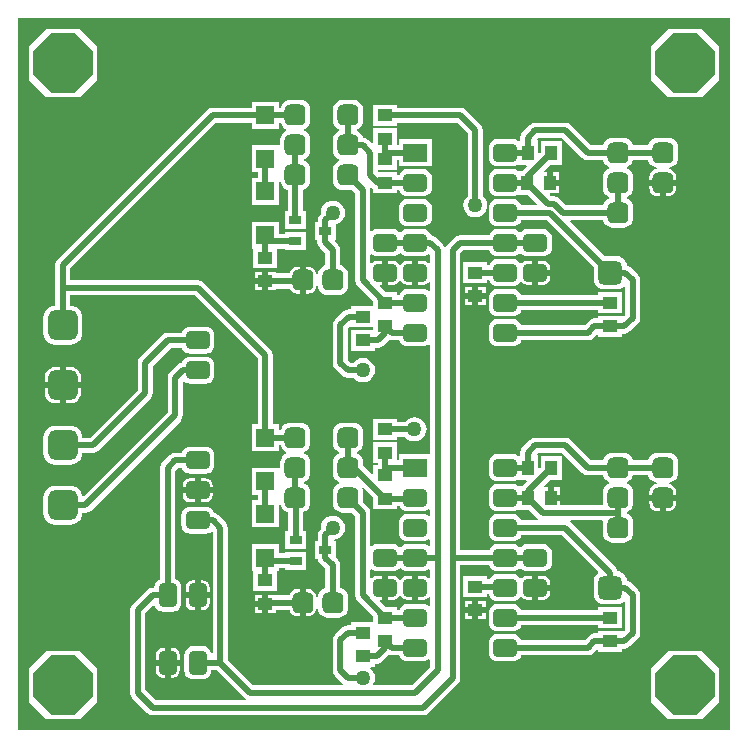
<source format=gbl>
G04 Layer_Physical_Order=2*
G04 Layer_Color=16711680*
%FSLAX25Y25*%
%MOIN*%
G70*
G01*
G75*
%ADD10C,0.02000*%
G04:AMPARAMS|DCode=11|XSize=70mil|YSize=70mil|CornerRadius=17.5mil|HoleSize=0mil|Usage=FLASHONLY|Rotation=90.000|XOffset=0mil|YOffset=0mil|HoleType=Round|Shape=RoundedRectangle|*
%AMROUNDEDRECTD11*
21,1,0.07000,0.03500,0,0,90.0*
21,1,0.03500,0.07000,0,0,90.0*
1,1,0.03500,0.01750,0.01750*
1,1,0.03500,0.01750,-0.01750*
1,1,0.03500,-0.01750,-0.01750*
1,1,0.03500,-0.01750,0.01750*
%
%ADD11ROUNDEDRECTD11*%
G04:AMPARAMS|DCode=12|XSize=100mil|YSize=100mil|CornerRadius=25mil|HoleSize=0mil|Usage=FLASHONLY|Rotation=90.000|XOffset=0mil|YOffset=0mil|HoleType=Round|Shape=RoundedRectangle|*
%AMROUNDEDRECTD12*
21,1,0.10000,0.05000,0,0,90.0*
21,1,0.05000,0.10000,0,0,90.0*
1,1,0.05000,0.02500,0.02500*
1,1,0.05000,0.02500,-0.02500*
1,1,0.05000,-0.02500,-0.02500*
1,1,0.05000,-0.02500,0.02500*
%
%ADD12ROUNDEDRECTD12*%
G04:AMPARAMS|DCode=13|XSize=60mil|YSize=80mil|CornerRadius=15mil|HoleSize=0mil|Usage=FLASHONLY|Rotation=270.000|XOffset=0mil|YOffset=0mil|HoleType=Round|Shape=RoundedRectangle|*
%AMROUNDEDRECTD13*
21,1,0.06000,0.05000,0,0,270.0*
21,1,0.03000,0.08000,0,0,270.0*
1,1,0.03000,-0.02500,-0.01500*
1,1,0.03000,-0.02500,0.01500*
1,1,0.03000,0.02500,0.01500*
1,1,0.03000,0.02500,-0.01500*
%
%ADD13ROUNDEDRECTD13*%
G04:AMPARAMS|DCode=14|XSize=70mil|YSize=70mil|CornerRadius=17.5mil|HoleSize=0mil|Usage=FLASHONLY|Rotation=180.000|XOffset=0mil|YOffset=0mil|HoleType=Round|Shape=RoundedRectangle|*
%AMROUNDEDRECTD14*
21,1,0.07000,0.03500,0,0,180.0*
21,1,0.03500,0.07000,0,0,180.0*
1,1,0.03500,-0.01750,0.01750*
1,1,0.03500,0.01750,0.01750*
1,1,0.03500,0.01750,-0.01750*
1,1,0.03500,-0.01750,-0.01750*
%
%ADD14ROUNDEDRECTD14*%
G04:AMPARAMS|DCode=15|XSize=60mil|YSize=80mil|CornerRadius=15mil|HoleSize=0mil|Usage=FLASHONLY|Rotation=180.000|XOffset=0mil|YOffset=0mil|HoleType=Round|Shape=RoundedRectangle|*
%AMROUNDEDRECTD15*
21,1,0.06000,0.05000,0,0,180.0*
21,1,0.03000,0.08000,0,0,180.0*
1,1,0.03000,-0.01500,0.02500*
1,1,0.03000,0.01500,0.02500*
1,1,0.03000,0.01500,-0.02500*
1,1,0.03000,-0.01500,-0.02500*
%
%ADD15ROUNDEDRECTD15*%
G04:AMPARAMS|DCode=16|XSize=80mil|YSize=80mil|CornerRadius=20mil|HoleSize=0mil|Usage=FLASHONLY|Rotation=0.000|XOffset=0mil|YOffset=0mil|HoleType=Round|Shape=RoundedRectangle|*
%AMROUNDEDRECTD16*
21,1,0.08000,0.04000,0,0,0.0*
21,1,0.04000,0.08000,0,0,0.0*
1,1,0.04000,0.02000,-0.02000*
1,1,0.04000,-0.02000,-0.02000*
1,1,0.04000,-0.02000,0.02000*
1,1,0.04000,0.02000,0.02000*
%
%ADD16ROUNDEDRECTD16*%
%ADD17P,0.21307X8X22.5*%
%ADD18R,0.08000X0.06000*%
G04:AMPARAMS|DCode=19|XSize=80mil|YSize=60mil|CornerRadius=15mil|HoleSize=0mil|Usage=FLASHONLY|Rotation=0.000|XOffset=0mil|YOffset=0mil|HoleType=Round|Shape=RoundedRectangle|*
%AMROUNDEDRECTD19*
21,1,0.08000,0.03000,0,0,0.0*
21,1,0.05000,0.06000,0,0,0.0*
1,1,0.03000,0.02500,-0.01500*
1,1,0.03000,-0.02500,-0.01500*
1,1,0.03000,-0.02500,0.01500*
1,1,0.03000,0.02500,0.01500*
%
%ADD19ROUNDEDRECTD19*%
%ADD20C,0.05000*%
%ADD21R,0.04000X0.03000*%
%ADD22R,0.05000X0.04000*%
%ADD23R,0.06000X0.06000*%
%ADD24R,0.04000X0.05000*%
G36*
X237500Y0D02*
X0D01*
Y237500D01*
X237500D01*
Y0D01*
D02*
G37*
%LPC*%
G36*
X175000Y51549D02*
X173500D01*
Y48500D01*
X177549D01*
Y49000D01*
X177355Y49975D01*
X176802Y50802D01*
X175976Y51355D01*
X175000Y51549D01*
D02*
G37*
G36*
X165000Y52026D02*
X160000D01*
X159217Y51923D01*
X158487Y51621D01*
X157860Y51140D01*
X157379Y50513D01*
X157312Y50349D01*
X156500D01*
Y51300D01*
X148500D01*
Y44300D01*
X156500D01*
Y45251D01*
X157073D01*
X157077Y45217D01*
X157379Y44487D01*
X157860Y43860D01*
X158487Y43380D01*
X159217Y43077D01*
X160000Y42974D01*
X165000D01*
X165783Y43077D01*
X166513Y43380D01*
X167140Y43860D01*
X167504Y44335D01*
X168072Y44386D01*
X168198Y44198D01*
X169025Y43645D01*
X170000Y43451D01*
X171500D01*
Y47500D01*
Y51549D01*
X170000D01*
X169025Y51355D01*
X168198Y50802D01*
X168072Y50614D01*
X167504Y50665D01*
X167140Y51140D01*
X166513Y51621D01*
X165783Y51923D01*
X165000Y52026D01*
D02*
G37*
G36*
X87000Y62000D02*
X78000D01*
Y53000D01*
X78500D01*
Y46500D01*
X86500D01*
Y53000D01*
X87000D01*
Y53951D01*
X89079D01*
Y53500D01*
X96079D01*
Y59500D01*
X89079D01*
Y59049D01*
X87000D01*
Y62000D01*
D02*
G37*
G36*
X61500Y50049D02*
X61000D01*
Y46000D01*
X64049D01*
Y47500D01*
X63855Y48476D01*
X63302Y49302D01*
X62476Y49855D01*
X61500Y50049D01*
D02*
G37*
G36*
X105000Y71535D02*
X103956Y71397D01*
X102983Y70994D01*
X102147Y70353D01*
X101506Y69517D01*
X101103Y68544D01*
X100965Y67500D01*
X101015Y67120D01*
X100698Y66802D01*
X100145Y65975D01*
X99951Y65000D01*
Y63000D01*
X99000D01*
Y57000D01*
X100050D01*
X100145Y56524D01*
X100698Y55698D01*
X102451Y53944D01*
Y47423D01*
X102402Y47416D01*
X101611Y47089D01*
X100932Y46568D01*
X100411Y45889D01*
X100084Y45098D01*
X100000Y44463D01*
X99496D01*
X99429Y44968D01*
X99152Y45637D01*
X98711Y46211D01*
X98137Y46652D01*
X97468Y46929D01*
X96750Y47024D01*
X96000D01*
Y42500D01*
Y37976D01*
X96750D01*
X97468Y38071D01*
X98137Y38348D01*
X98711Y38789D01*
X99152Y39363D01*
X99429Y40032D01*
X99496Y40537D01*
X100000D01*
X100084Y39902D01*
X100411Y39111D01*
X100932Y38432D01*
X101611Y37911D01*
X102402Y37584D01*
X103250Y37472D01*
X106750D01*
X107598Y37584D01*
X108389Y37911D01*
X109068Y38432D01*
X109589Y39111D01*
X109916Y39902D01*
X110028Y40750D01*
Y44250D01*
X109916Y45098D01*
X109589Y45889D01*
X109068Y46568D01*
X108389Y47089D01*
X107598Y47416D01*
X107549Y47423D01*
Y55000D01*
X107355Y55976D01*
X106802Y56802D01*
X106000Y57605D01*
Y63000D01*
X105295D01*
X105262Y63500D01*
X106044Y63603D01*
X107017Y64006D01*
X107853Y64647D01*
X108494Y65483D01*
X108897Y66456D01*
X109035Y67500D01*
X108897Y68544D01*
X108494Y69517D01*
X107853Y70353D01*
X107017Y70994D01*
X106044Y71397D01*
X105000Y71535D01*
D02*
G37*
G36*
X94000Y47024D02*
X93250D01*
X92532Y46929D01*
X91863Y46652D01*
X91289Y46211D01*
X90848Y45637D01*
X90604Y45049D01*
X86000D01*
Y45200D01*
X83500D01*
Y42200D01*
Y39200D01*
X86000D01*
Y39951D01*
X90604D01*
X90848Y39363D01*
X91289Y38789D01*
X91863Y38348D01*
X92532Y38071D01*
X93250Y37976D01*
X94000D01*
Y42500D01*
Y47024D01*
D02*
G37*
G36*
X59000Y50049D02*
X58500D01*
X57525Y49855D01*
X56698Y49302D01*
X56145Y48476D01*
X55951Y47500D01*
Y46000D01*
X59000D01*
Y50049D01*
D02*
G37*
G36*
X214000Y76500D02*
X210476D01*
Y75750D01*
X210571Y75032D01*
X210848Y74363D01*
X211289Y73789D01*
X211863Y73348D01*
X212532Y73071D01*
X213250Y72976D01*
X214000D01*
Y76500D01*
D02*
G37*
G36*
X62500Y84049D02*
X61000D01*
Y81000D01*
X65049D01*
Y81500D01*
X64855Y82476D01*
X64302Y83302D01*
X63476Y83855D01*
X62500Y84049D01*
D02*
G37*
G36*
X182500Y97549D02*
X172500D01*
X171525Y97355D01*
X170698Y96802D01*
X168198Y94302D01*
X167645Y93476D01*
X167451Y92500D01*
Y91500D01*
X166670D01*
X166513Y91620D01*
X165783Y91923D01*
X165000Y92026D01*
X160000D01*
X159217Y91923D01*
X158487Y91620D01*
X157860Y91140D01*
X157379Y90513D01*
X157077Y89783D01*
X156974Y89000D01*
Y86000D01*
X157077Y85217D01*
X157379Y84487D01*
X157860Y83860D01*
X158487Y83380D01*
X159217Y83077D01*
X160000Y82974D01*
X165000D01*
X165783Y83077D01*
X166513Y83380D01*
X166670Y83500D01*
X169542D01*
X169733Y83038D01*
X168198Y81502D01*
X168196Y81500D01*
X166670D01*
X166513Y81621D01*
X165783Y81923D01*
X165000Y82026D01*
X160000D01*
X159217Y81923D01*
X158487Y81621D01*
X157860Y81140D01*
X157379Y80513D01*
X157077Y79783D01*
X156974Y79000D01*
Y76000D01*
X157077Y75217D01*
X157379Y74487D01*
X157860Y73860D01*
X158487Y73379D01*
X159217Y73077D01*
X160000Y72974D01*
X165000D01*
X165783Y73077D01*
X166513Y73379D01*
X166670Y73500D01*
X170395D01*
X173198Y70698D01*
X173420Y70549D01*
X173268Y70049D01*
X167813D01*
X167621Y70513D01*
X167140Y71140D01*
X166513Y71621D01*
X165783Y71923D01*
X165000Y72026D01*
X160000D01*
X159217Y71923D01*
X158487Y71621D01*
X157860Y71140D01*
X157379Y70513D01*
X157077Y69783D01*
X156974Y69000D01*
Y66000D01*
X157077Y65217D01*
X157379Y64487D01*
X157860Y63860D01*
X158487Y63380D01*
X159217Y63077D01*
X160000Y62974D01*
X165000D01*
X165783Y63077D01*
X166513Y63380D01*
X167140Y63860D01*
X167621Y64487D01*
X167813Y64951D01*
X181444D01*
X193439Y52956D01*
X193393Y52295D01*
X193004Y51996D01*
X192443Y51265D01*
X192090Y50414D01*
X191970Y49500D01*
Y45500D01*
X192090Y44586D01*
X192443Y43735D01*
X193004Y43004D01*
X193735Y42443D01*
X194586Y42090D01*
X195500Y41970D01*
X199500D01*
X200414Y42090D01*
X201265Y42443D01*
X201951Y42969D01*
X202318Y42895D01*
X202451Y42849D01*
Y33556D01*
X201921Y33026D01*
X201500Y33200D01*
Y33200D01*
X193500D01*
Y32249D01*
X192200D01*
X191225Y32055D01*
X190398Y31502D01*
X188944Y30049D01*
X167813D01*
X167621Y30513D01*
X167140Y31140D01*
X166513Y31620D01*
X165783Y31923D01*
X165000Y32026D01*
X160000D01*
X159217Y31923D01*
X158487Y31620D01*
X157860Y31140D01*
X157379Y30513D01*
X157077Y29783D01*
X156974Y29000D01*
Y26000D01*
X157077Y25217D01*
X157379Y24487D01*
X157860Y23860D01*
X158487Y23380D01*
X159217Y23077D01*
X160000Y22974D01*
X165000D01*
X165783Y23077D01*
X166513Y23380D01*
X167140Y23860D01*
X167621Y24487D01*
X167813Y24951D01*
X190000D01*
X190975Y25145D01*
X191802Y25698D01*
X193000Y26895D01*
X193500Y26688D01*
Y26200D01*
X201500D01*
Y27151D01*
X202200D01*
X203175Y27345D01*
X204002Y27898D01*
X206802Y30698D01*
X207355Y31525D01*
X207549Y32500D01*
Y45000D01*
X207355Y45976D01*
X206802Y46802D01*
X204302Y49302D01*
X203475Y49855D01*
X202970Y49955D01*
X202910Y50414D01*
X202557Y51265D01*
X201996Y51996D01*
X201265Y52557D01*
X200414Y52910D01*
X199955Y52970D01*
X199855Y53475D01*
X199302Y54302D01*
X184302Y69302D01*
X184080Y69451D01*
X184232Y69951D01*
X194685D01*
X195015Y69575D01*
X194972Y69250D01*
Y65750D01*
X195084Y64902D01*
X195411Y64111D01*
X195932Y63432D01*
X196611Y62911D01*
X197402Y62584D01*
X198250Y62472D01*
X201750D01*
X202598Y62584D01*
X203389Y62911D01*
X204068Y63432D01*
X204589Y64111D01*
X204916Y64902D01*
X205028Y65750D01*
Y69250D01*
X204916Y70098D01*
X204589Y70889D01*
X204068Y71568D01*
X203389Y72089D01*
X203050Y72229D01*
Y72771D01*
X203389Y72911D01*
X204068Y73432D01*
X204589Y74111D01*
X204916Y74902D01*
X205028Y75750D01*
Y79250D01*
X204916Y80098D01*
X204589Y80889D01*
X204068Y81568D01*
X203389Y82089D01*
X203050Y82229D01*
Y82771D01*
X203389Y82911D01*
X204068Y83432D01*
X204589Y84111D01*
X204916Y84902D01*
X204923Y84951D01*
X210077D01*
X210084Y84902D01*
X210411Y84111D01*
X210932Y83432D01*
X211611Y82911D01*
X212402Y82584D01*
X213037Y82500D01*
Y81996D01*
X212532Y81929D01*
X211863Y81652D01*
X211289Y81211D01*
X210848Y80637D01*
X210571Y79968D01*
X210476Y79250D01*
Y78500D01*
X215000D01*
X219524D01*
Y79250D01*
X219429Y79968D01*
X219152Y80637D01*
X218711Y81211D01*
X218137Y81652D01*
X217468Y81929D01*
X216963Y81996D01*
Y82500D01*
X217598Y82584D01*
X218389Y82911D01*
X219068Y83432D01*
X219589Y84111D01*
X219916Y84902D01*
X220028Y85750D01*
Y89250D01*
X219916Y90098D01*
X219589Y90889D01*
X219068Y91568D01*
X218389Y92089D01*
X217598Y92416D01*
X216750Y92528D01*
X213250D01*
X212402Y92416D01*
X211611Y92089D01*
X210932Y91568D01*
X210411Y90889D01*
X210084Y90098D01*
X210077Y90049D01*
X204923D01*
X204916Y90098D01*
X204589Y90889D01*
X204068Y91568D01*
X203389Y92089D01*
X202598Y92416D01*
X201750Y92528D01*
X198250D01*
X197402Y92416D01*
X196611Y92089D01*
X195932Y91568D01*
X195411Y90889D01*
X195084Y90098D01*
X195077Y90049D01*
X191056D01*
X184302Y96802D01*
X183475Y97355D01*
X182500Y97549D01*
D02*
G37*
G36*
X132200Y104334D02*
X131156Y104197D01*
X130183Y103794D01*
X129347Y103153D01*
X129114Y102849D01*
X126500D01*
Y103800D01*
X118500D01*
Y96800D01*
X126500D01*
Y97751D01*
X129114D01*
X129347Y97447D01*
X130183Y96806D01*
X131156Y96403D01*
X132200Y96266D01*
X133244Y96403D01*
X134217Y96806D01*
X135053Y97447D01*
X135694Y98283D01*
X136097Y99256D01*
X136234Y100300D01*
X136097Y101344D01*
X135694Y102317D01*
X135053Y103153D01*
X134217Y103794D01*
X133244Y104197D01*
X132200Y104334D01*
D02*
G37*
G36*
X59000Y84049D02*
X57500D01*
X56524Y83855D01*
X55698Y83302D01*
X55145Y82476D01*
X54951Y81500D01*
Y81000D01*
X59000D01*
Y84049D01*
D02*
G37*
G36*
X219524Y76500D02*
X216000D01*
Y72976D01*
X216750D01*
X217468Y73071D01*
X218137Y73348D01*
X218711Y73789D01*
X219152Y74363D01*
X219429Y75032D01*
X219524Y75750D01*
Y76500D01*
D02*
G37*
G36*
X59000Y79000D02*
X54951D01*
Y78500D01*
X55145Y77525D01*
X55698Y76698D01*
X56524Y76145D01*
X57500Y75951D01*
X59000D01*
Y79000D01*
D02*
G37*
G36*
X65049D02*
X61000D01*
Y75951D01*
X62500D01*
X63476Y76145D01*
X64302Y76698D01*
X64855Y77525D01*
X65049Y78500D01*
Y79000D01*
D02*
G37*
G36*
X177549Y46500D02*
X173500D01*
Y43451D01*
X175000D01*
X175976Y43645D01*
X176802Y44198D01*
X177355Y45024D01*
X177549Y46000D01*
Y46500D01*
D02*
G37*
G36*
X49000Y27549D02*
X48500D01*
X47524Y27355D01*
X46698Y26802D01*
X46145Y25975D01*
X45951Y25000D01*
Y23500D01*
X49000D01*
Y27549D01*
D02*
G37*
G36*
X51500D02*
X51000D01*
Y23500D01*
X54049D01*
Y25000D01*
X53855Y25975D01*
X53302Y26802D01*
X52476Y27355D01*
X51500Y27549D01*
D02*
G37*
G36*
X165000Y42026D02*
X160000D01*
X159217Y41923D01*
X158487Y41620D01*
X157860Y41140D01*
X157379Y40513D01*
X157077Y39783D01*
X156974Y39000D01*
Y36000D01*
X157077Y35217D01*
X157379Y34487D01*
X157860Y33860D01*
X158487Y33380D01*
X159217Y33077D01*
X160000Y32974D01*
X165000D01*
X165783Y33077D01*
X166513Y33380D01*
X167140Y33860D01*
X167621Y34487D01*
X167813Y34951D01*
X193500D01*
Y34000D01*
X201500D01*
Y41000D01*
X193500D01*
Y40049D01*
X167813D01*
X167621Y40513D01*
X167140Y41140D01*
X166513Y41620D01*
X165783Y41923D01*
X165000Y42026D01*
D02*
G37*
G36*
X54049Y21500D02*
X51000D01*
Y17451D01*
X51500D01*
X52476Y17645D01*
X53302Y18198D01*
X53855Y19025D01*
X54049Y20000D01*
Y21500D01*
D02*
G37*
G36*
X20671Y26342D02*
X9329D01*
X3658Y20671D01*
Y9329D01*
X9329Y3658D01*
X20671D01*
X26342Y9329D01*
Y20671D01*
X20671Y26342D01*
D02*
G37*
G36*
X228171D02*
X216829D01*
X211157Y20671D01*
Y9329D01*
X216829Y3658D01*
X228171D01*
X233842Y9329D01*
Y20671D01*
X228171Y26342D01*
D02*
G37*
G36*
X49000Y21500D02*
X45951D01*
Y20000D01*
X46145Y19025D01*
X46698Y18198D01*
X47524Y17645D01*
X48500Y17451D01*
X49000D01*
Y21500D01*
D02*
G37*
G36*
X151500Y39000D02*
X149000D01*
Y37000D01*
X151500D01*
Y39000D01*
D02*
G37*
G36*
Y43000D02*
X149000D01*
Y41000D01*
X151500D01*
Y43000D01*
D02*
G37*
G36*
X156000D02*
X153500D01*
Y41000D01*
X156000D01*
Y43000D01*
D02*
G37*
G36*
X81500Y45200D02*
X79000D01*
Y43200D01*
X81500D01*
Y45200D01*
D02*
G37*
G36*
X64049Y44000D02*
X61000D01*
Y39951D01*
X61500D01*
X62476Y40145D01*
X63302Y40698D01*
X63855Y41524D01*
X64049Y42500D01*
Y44000D01*
D02*
G37*
G36*
X156000Y39000D02*
X153500D01*
Y37000D01*
X156000D01*
Y39000D01*
D02*
G37*
G36*
X81500Y41200D02*
X79000D01*
Y39200D01*
X81500D01*
Y41200D01*
D02*
G37*
G36*
X59000Y44000D02*
X55951D01*
Y42500D01*
X56145Y41524D01*
X56698Y40698D01*
X57525Y40145D01*
X58500Y39951D01*
X59000D01*
Y44000D01*
D02*
G37*
G36*
X165000Y157026D02*
X160000D01*
X159217Y156923D01*
X158487Y156621D01*
X157860Y156140D01*
X157379Y155513D01*
X157187Y155049D01*
X156500D01*
Y156000D01*
X148500D01*
Y149000D01*
X156500D01*
Y149951D01*
X157187D01*
X157379Y149487D01*
X157860Y148860D01*
X158487Y148380D01*
X159217Y148077D01*
X160000Y147974D01*
X165000D01*
X165783Y148077D01*
X166513Y148380D01*
X167140Y148860D01*
X167504Y149335D01*
X168072Y149386D01*
X168198Y149197D01*
X169025Y148645D01*
X170000Y148451D01*
X171500D01*
Y152500D01*
Y156549D01*
X170000D01*
X169025Y156355D01*
X168198Y155802D01*
X168072Y155614D01*
X167504Y155664D01*
X167140Y156140D01*
X166513Y156621D01*
X165783Y156923D01*
X165000Y157026D01*
D02*
G37*
G36*
X175000Y156549D02*
X173500D01*
Y153500D01*
X177549D01*
Y154000D01*
X177355Y154975D01*
X176802Y155802D01*
X175976Y156355D01*
X175000Y156549D01*
D02*
G37*
G36*
X135000Y177026D02*
X130000D01*
X129217Y176923D01*
X128487Y176620D01*
X127860Y176140D01*
X127380Y175513D01*
X127077Y174783D01*
X126974Y174000D01*
Y171000D01*
X127077Y170217D01*
X127380Y169487D01*
X127860Y168860D01*
X128487Y168379D01*
X129217Y168077D01*
X130000Y167974D01*
X135000D01*
X135783Y168077D01*
X136513Y168379D01*
X137140Y168860D01*
X137620Y169487D01*
X137923Y170217D01*
X138026Y171000D01*
Y174000D01*
X137923Y174783D01*
X137620Y175513D01*
X137140Y176140D01*
X136513Y176620D01*
X135783Y176923D01*
X135000Y177026D01*
D02*
G37*
G36*
X87000Y169500D02*
X78000D01*
Y160500D01*
X78500D01*
Y154000D01*
X86500D01*
Y160451D01*
X89000D01*
Y160000D01*
X96000D01*
Y166000D01*
X89000D01*
Y165549D01*
X87000D01*
Y169500D01*
D02*
G37*
G36*
X81500Y152700D02*
X79000D01*
Y150700D01*
X81500D01*
Y152700D01*
D02*
G37*
G36*
X177549Y151500D02*
X173500D01*
Y148451D01*
X175000D01*
X175976Y148645D01*
X176802Y149197D01*
X177355Y150024D01*
X177549Y151000D01*
Y151500D01*
D02*
G37*
G36*
X94000Y154524D02*
X93250D01*
X92532Y154429D01*
X91863Y154152D01*
X91289Y153711D01*
X90848Y153137D01*
X90571Y152468D01*
X90542Y152249D01*
X86000D01*
Y152700D01*
X83500D01*
Y149700D01*
Y146700D01*
X86000D01*
Y147151D01*
X90729D01*
X90848Y146863D01*
X91289Y146289D01*
X91863Y145848D01*
X92532Y145571D01*
X93250Y145476D01*
X94000D01*
Y150000D01*
Y154524D01*
D02*
G37*
G36*
X105000Y176534D02*
X103956Y176397D01*
X102983Y175994D01*
X102147Y175353D01*
X101506Y174517D01*
X101103Y173544D01*
X100965Y172500D01*
X101015Y172120D01*
X100698Y171802D01*
X100145Y170975D01*
X99951Y170000D01*
Y169500D01*
X98921D01*
Y163500D01*
X99872D01*
Y162579D01*
X100066Y161603D01*
X100619Y160776D01*
X102451Y158944D01*
Y154923D01*
X102402Y154916D01*
X101611Y154589D01*
X100932Y154068D01*
X100411Y153389D01*
X100084Y152598D01*
X100000Y151963D01*
X99496D01*
X99429Y152468D01*
X99152Y153137D01*
X98711Y153711D01*
X98137Y154152D01*
X97468Y154429D01*
X96750Y154524D01*
X96000D01*
Y150000D01*
Y145476D01*
X96750D01*
X97468Y145571D01*
X98137Y145848D01*
X98711Y146289D01*
X99152Y146863D01*
X99429Y147532D01*
X99496Y148037D01*
X100000D01*
X100084Y147402D01*
X100411Y146611D01*
X100932Y145932D01*
X101611Y145411D01*
X102402Y145084D01*
X103250Y144972D01*
X106750D01*
X107598Y145084D01*
X108389Y145411D01*
X109068Y145932D01*
X109589Y146611D01*
X109916Y147402D01*
X110028Y148250D01*
Y151750D01*
X109916Y152598D01*
X109589Y153389D01*
X109068Y154068D01*
X108389Y154589D01*
X107598Y154916D01*
X107549Y154923D01*
Y160000D01*
X107355Y160976D01*
X106802Y161802D01*
X105567Y163038D01*
X105758Y163500D01*
X105921D01*
Y168587D01*
X106044Y168603D01*
X107017Y169006D01*
X107853Y169647D01*
X108494Y170483D01*
X108897Y171456D01*
X109035Y172500D01*
X108897Y173544D01*
X108494Y174517D01*
X107853Y175353D01*
X107017Y175994D01*
X106044Y176397D01*
X105000Y176534D01*
D02*
G37*
G36*
X94250Y210028D02*
X90750D01*
X89902Y209916D01*
X89111Y209589D01*
X88432Y209068D01*
X87911Y208389D01*
X87584Y207598D01*
X87577Y207549D01*
X87000D01*
Y209500D01*
X78000D01*
Y207549D01*
X65000D01*
X64025Y207355D01*
X63198Y206802D01*
X13198Y156802D01*
X12645Y155975D01*
X12451Y155000D01*
Y147500D01*
Y141528D01*
X11456Y141397D01*
X10483Y140994D01*
X9647Y140353D01*
X9006Y139517D01*
X8603Y138544D01*
X8466Y137500D01*
Y132500D01*
X8603Y131456D01*
X9006Y130483D01*
X9647Y129647D01*
X10483Y129006D01*
X11456Y128603D01*
X12500Y128465D01*
X17500D01*
X18544Y128603D01*
X19517Y129006D01*
X20353Y129647D01*
X20994Y130483D01*
X21397Y131456D01*
X21534Y132500D01*
Y137500D01*
X21397Y138544D01*
X20994Y139517D01*
X20353Y140353D01*
X19517Y140994D01*
X18544Y141397D01*
X17549Y141528D01*
Y144951D01*
X58944D01*
X79951Y123944D01*
Y102000D01*
X78000D01*
Y93000D01*
X87000D01*
Y94951D01*
X87577D01*
X87584Y94902D01*
X87911Y94111D01*
X88432Y93432D01*
X89111Y92911D01*
X89450Y92771D01*
Y92229D01*
X89111Y92089D01*
X88432Y91568D01*
X87911Y90889D01*
X87584Y90098D01*
X87472Y89250D01*
Y87501D01*
X87000Y87433D01*
X86972Y87433D01*
X78000D01*
Y78433D01*
X79951D01*
Y76567D01*
X78000D01*
Y67567D01*
X87000D01*
Y75504D01*
X87500Y75537D01*
X87584Y74902D01*
X87911Y74111D01*
X88432Y73432D01*
X89111Y72911D01*
X89902Y72584D01*
X90030Y72567D01*
Y66500D01*
X89079D01*
Y60500D01*
X96079D01*
Y66500D01*
X95128D01*
Y72596D01*
X95889Y72911D01*
X96568Y73432D01*
X97089Y74111D01*
X97416Y74902D01*
X97528Y75750D01*
Y79250D01*
X97416Y80098D01*
X97089Y80889D01*
X96568Y81568D01*
X95889Y82089D01*
X95550Y82229D01*
Y82771D01*
X95889Y82911D01*
X96568Y83432D01*
X97089Y84111D01*
X97416Y84902D01*
X97528Y85750D01*
Y89250D01*
X97416Y90098D01*
X97089Y90889D01*
X96568Y91568D01*
X95889Y92089D01*
X95550Y92229D01*
Y92771D01*
X95889Y92911D01*
X96568Y93432D01*
X97089Y94111D01*
X97416Y94902D01*
X97528Y95750D01*
Y99250D01*
X97416Y100098D01*
X97089Y100889D01*
X96568Y101568D01*
X95889Y102089D01*
X95098Y102416D01*
X94250Y102528D01*
X90750D01*
X89902Y102416D01*
X89111Y102089D01*
X88432Y101568D01*
X87911Y100889D01*
X87584Y100098D01*
X87577Y100049D01*
X87000D01*
Y102000D01*
X85049D01*
Y125000D01*
X84855Y125976D01*
X84302Y126802D01*
X61802Y149302D01*
X60975Y149855D01*
X60000Y150049D01*
X17549D01*
Y153944D01*
X66056Y202451D01*
X78000D01*
Y200500D01*
X87000D01*
Y202451D01*
X87577D01*
X87584Y202402D01*
X87911Y201611D01*
X88432Y200932D01*
X89111Y200411D01*
X89450Y200271D01*
Y199729D01*
X89111Y199589D01*
X88432Y199068D01*
X87911Y198389D01*
X87584Y197598D01*
X87472Y196750D01*
Y195001D01*
X87000Y194933D01*
X86972Y194933D01*
X78000D01*
Y185933D01*
X79951D01*
Y184067D01*
X78000D01*
Y175067D01*
X87000D01*
Y183004D01*
X87500Y183037D01*
X87584Y182402D01*
X87911Y181611D01*
X88432Y180932D01*
X89111Y180411D01*
X89902Y180084D01*
X89951Y180077D01*
Y173000D01*
X89000D01*
Y167000D01*
X96000D01*
Y173000D01*
X95049D01*
Y180077D01*
X95098Y180084D01*
X95889Y180411D01*
X96568Y180932D01*
X97089Y181611D01*
X97416Y182402D01*
X97528Y183250D01*
Y186750D01*
X97416Y187598D01*
X97089Y188389D01*
X96568Y189068D01*
X95889Y189589D01*
X95550Y189729D01*
Y190271D01*
X95889Y190411D01*
X96568Y190932D01*
X97089Y191611D01*
X97416Y192402D01*
X97528Y193250D01*
Y196750D01*
X97416Y197598D01*
X97089Y198389D01*
X96568Y199068D01*
X95889Y199589D01*
X95550Y199729D01*
Y200271D01*
X95889Y200411D01*
X96568Y200932D01*
X97089Y201611D01*
X97416Y202402D01*
X97528Y203250D01*
Y206750D01*
X97416Y207598D01*
X97089Y208389D01*
X96568Y209068D01*
X95889Y209589D01*
X95098Y209916D01*
X94250Y210028D01*
D02*
G37*
G36*
X182500Y202549D02*
X172500D01*
X171525Y202355D01*
X170698Y201802D01*
X168198Y199302D01*
X167645Y198476D01*
X167451Y197500D01*
Y196500D01*
X166670D01*
X166513Y196621D01*
X165783Y196923D01*
X165000Y197026D01*
X160000D01*
X159217Y196923D01*
X158487Y196621D01*
X157860Y196140D01*
X157379Y195513D01*
X157077Y194783D01*
X156974Y194000D01*
Y191000D01*
X157077Y190217D01*
X157379Y189487D01*
X157860Y188860D01*
X158487Y188380D01*
X159217Y188077D01*
X160000Y187974D01*
X165000D01*
X165783Y188077D01*
X166513Y188380D01*
X166670Y188500D01*
X169542D01*
X169733Y188038D01*
X168195Y186500D01*
X166670D01*
X166513Y186620D01*
X165783Y186923D01*
X165000Y187026D01*
X160000D01*
X159217Y186923D01*
X158487Y186620D01*
X157860Y186140D01*
X157379Y185513D01*
X157077Y184783D01*
X156974Y184000D01*
Y181000D01*
X157077Y180217D01*
X157379Y179487D01*
X157860Y178860D01*
X158487Y178379D01*
X159217Y178077D01*
X160000Y177974D01*
X165000D01*
X165783Y178077D01*
X166513Y178379D01*
X166670Y178500D01*
X170095D01*
X173084Y175511D01*
X172893Y175049D01*
X167813D01*
X167621Y175513D01*
X167140Y176140D01*
X166513Y176620D01*
X165783Y176923D01*
X165000Y177026D01*
X160000D01*
X159217Y176923D01*
X158487Y176620D01*
X157860Y176140D01*
X157379Y175513D01*
X157077Y174783D01*
X156974Y174000D01*
Y171000D01*
X157077Y170217D01*
X157379Y169487D01*
X157860Y168860D01*
X158487Y168379D01*
X159217Y168077D01*
X160000Y167974D01*
X165000D01*
X165783Y168077D01*
X166513Y168379D01*
X167140Y168860D01*
X167621Y169487D01*
X167813Y169951D01*
X176444D01*
X191970Y154425D01*
Y150500D01*
X192090Y149586D01*
X192443Y148735D01*
X193004Y148004D01*
X193735Y147443D01*
X194586Y147090D01*
X195500Y146970D01*
X199500D01*
X200414Y147090D01*
X201265Y147443D01*
X201951Y147969D01*
X202318Y147895D01*
X202451Y147849D01*
Y138556D01*
X201921Y138026D01*
X201500Y138200D01*
Y138200D01*
X193500D01*
Y137249D01*
X192200D01*
X191225Y137055D01*
X190398Y136502D01*
X188944Y135049D01*
X167813D01*
X167621Y135513D01*
X167140Y136140D01*
X166513Y136620D01*
X165783Y136923D01*
X165000Y137026D01*
X160000D01*
X159217Y136923D01*
X158487Y136620D01*
X157860Y136140D01*
X157379Y135513D01*
X157077Y134783D01*
X156974Y134000D01*
Y131000D01*
X157077Y130217D01*
X157379Y129487D01*
X157860Y128860D01*
X158487Y128379D01*
X159217Y128077D01*
X160000Y127974D01*
X165000D01*
X165783Y128077D01*
X166513Y128379D01*
X167140Y128860D01*
X167621Y129487D01*
X167813Y129951D01*
X190000D01*
X190975Y130145D01*
X191802Y130698D01*
X193000Y131895D01*
X193500Y131688D01*
Y131200D01*
X201500D01*
Y132151D01*
X202200D01*
X203175Y132345D01*
X204002Y132898D01*
X206802Y135698D01*
X207355Y136524D01*
X207549Y137500D01*
Y150000D01*
X207355Y150976D01*
X206802Y151802D01*
X204302Y154302D01*
X203475Y154855D01*
X202970Y154955D01*
X202910Y155414D01*
X202557Y156265D01*
X201996Y156996D01*
X201265Y157557D01*
X200414Y157910D01*
X199500Y158030D01*
X195575D01*
X184116Y169489D01*
X184307Y169951D01*
X195077D01*
X195084Y169902D01*
X195411Y169111D01*
X195932Y168432D01*
X196611Y167911D01*
X197402Y167584D01*
X198250Y167472D01*
X201750D01*
X202598Y167584D01*
X203389Y167911D01*
X204068Y168432D01*
X204589Y169111D01*
X204916Y169902D01*
X205028Y170750D01*
Y174250D01*
X204916Y175098D01*
X204589Y175889D01*
X204068Y176568D01*
X203389Y177089D01*
X203050Y177229D01*
Y177771D01*
X203389Y177911D01*
X204068Y178432D01*
X204589Y179111D01*
X204916Y179902D01*
X205028Y180750D01*
Y184250D01*
X204916Y185098D01*
X204589Y185889D01*
X204068Y186568D01*
X203389Y187089D01*
X203050Y187229D01*
Y187771D01*
X203389Y187911D01*
X204068Y188432D01*
X204589Y189111D01*
X204916Y189902D01*
X204923Y189951D01*
X210077D01*
X210084Y189902D01*
X210411Y189111D01*
X210932Y188432D01*
X211611Y187911D01*
X212402Y187584D01*
X213037Y187500D01*
Y186996D01*
X212532Y186929D01*
X211863Y186652D01*
X211289Y186211D01*
X210848Y185637D01*
X210571Y184968D01*
X210476Y184250D01*
Y183500D01*
X215000D01*
X219524D01*
Y184250D01*
X219429Y184968D01*
X219152Y185637D01*
X218711Y186211D01*
X218137Y186652D01*
X217468Y186929D01*
X216963Y186996D01*
Y187500D01*
X217598Y187584D01*
X218389Y187911D01*
X219068Y188432D01*
X219589Y189111D01*
X219916Y189902D01*
X220028Y190750D01*
Y194250D01*
X219916Y195098D01*
X219589Y195889D01*
X219068Y196568D01*
X218389Y197089D01*
X217598Y197416D01*
X216750Y197528D01*
X213250D01*
X212402Y197416D01*
X211611Y197089D01*
X210932Y196568D01*
X210411Y195889D01*
X210084Y195098D01*
X210077Y195049D01*
X204923D01*
X204916Y195098D01*
X204589Y195889D01*
X204068Y196568D01*
X203389Y197089D01*
X202598Y197416D01*
X201750Y197528D01*
X198250D01*
X197402Y197416D01*
X196611Y197089D01*
X195932Y196568D01*
X195411Y195889D01*
X195084Y195098D01*
X195077Y195049D01*
X191056D01*
X184302Y201802D01*
X183475Y202355D01*
X182500Y202549D01*
D02*
G37*
G36*
X228171Y233842D02*
X216829D01*
X211157Y228171D01*
Y216829D01*
X216829Y211157D01*
X228171D01*
X233842Y216829D01*
Y228171D01*
X228171Y233842D01*
D02*
G37*
G36*
X20671D02*
X9329D01*
X3658Y228171D01*
Y216829D01*
X9329Y211157D01*
X20671D01*
X26342Y216829D01*
Y228171D01*
X20671Y233842D01*
D02*
G37*
G36*
X214000Y181500D02*
X210476D01*
Y180750D01*
X210571Y180032D01*
X210848Y179363D01*
X211289Y178789D01*
X211863Y178348D01*
X212532Y178071D01*
X213250Y177976D01*
X214000D01*
Y181500D01*
D02*
G37*
G36*
X126500Y208500D02*
X118500D01*
Y201500D01*
X126500D01*
Y202451D01*
X146444D01*
X149951Y198944D01*
Y178086D01*
X149647Y177853D01*
X149006Y177017D01*
X148603Y176044D01*
X148466Y175000D01*
X148603Y173956D01*
X149006Y172983D01*
X149647Y172147D01*
X150483Y171506D01*
X151456Y171103D01*
X152500Y170966D01*
X153544Y171103D01*
X154517Y171506D01*
X155353Y172147D01*
X155994Y172983D01*
X156397Y173956D01*
X156535Y175000D01*
X156397Y176044D01*
X155994Y177017D01*
X155353Y177853D01*
X155049Y178086D01*
Y200000D01*
X154855Y200975D01*
X154302Y201802D01*
X149302Y206802D01*
X148476Y207355D01*
X147500Y207549D01*
X126500D01*
Y208500D01*
D02*
G37*
G36*
X111750Y210028D02*
X108250D01*
X107402Y209916D01*
X106611Y209589D01*
X105932Y209068D01*
X105411Y208389D01*
X105084Y207598D01*
X104972Y206750D01*
Y203250D01*
X105084Y202402D01*
X105411Y201611D01*
X105932Y200932D01*
X106611Y200411D01*
X106950Y200271D01*
Y199729D01*
X106611Y199589D01*
X105932Y199068D01*
X105411Y198389D01*
X105084Y197598D01*
X104972Y196750D01*
Y193250D01*
X105084Y192402D01*
X105411Y191611D01*
X105932Y190932D01*
X106611Y190411D01*
X106950Y190271D01*
Y189729D01*
X106611Y189589D01*
X105932Y189068D01*
X105411Y188389D01*
X105084Y187598D01*
X104972Y186750D01*
Y183250D01*
X105084Y182402D01*
X105411Y181611D01*
X105932Y180932D01*
X106611Y180411D01*
X107402Y180084D01*
X108250Y179972D01*
X111423D01*
X112451Y178944D01*
Y150000D01*
X112645Y149024D01*
X113198Y148198D01*
X118500Y142895D01*
Y141300D01*
X111000D01*
Y140349D01*
X110300D01*
X109325Y140155D01*
X108498Y139602D01*
X105698Y136802D01*
X105145Y135976D01*
X104951Y135000D01*
Y122500D01*
X105145Y121525D01*
X105698Y120698D01*
X108198Y118198D01*
X109025Y117645D01*
X110000Y117451D01*
X111914D01*
X112147Y117147D01*
X112983Y116506D01*
X113956Y116103D01*
X115000Y115965D01*
X116044Y116103D01*
X117017Y116506D01*
X117853Y117147D01*
X118494Y117983D01*
X118897Y118956D01*
X119035Y120000D01*
X118897Y121044D01*
X118494Y122017D01*
X117853Y122853D01*
X117017Y123494D01*
X116044Y123897D01*
X115000Y124035D01*
X113956Y123897D01*
X112983Y123494D01*
X112147Y122853D01*
X111914Y122549D01*
X111056D01*
X110049Y123556D01*
Y133944D01*
X110579Y134474D01*
X111000Y134300D01*
Y134300D01*
X118500D01*
Y133500D01*
X111000D01*
Y126500D01*
X119000D01*
Y127451D01*
X120000D01*
X120975Y127645D01*
X121802Y128198D01*
X123746Y130141D01*
X124700Y129951D01*
X127187D01*
X127380Y129487D01*
X127860Y128860D01*
X128487Y128379D01*
X129217Y128077D01*
X130000Y127974D01*
X135000D01*
X135783Y128077D01*
X136513Y128379D01*
X136951Y128716D01*
X137451Y128476D01*
Y92000D01*
X127000D01*
Y90049D01*
X126500D01*
Y96000D01*
X118500D01*
Y89000D01*
X119951D01*
Y88500D01*
X118500D01*
Y85458D01*
X118038Y85267D01*
X115028Y88277D01*
Y89250D01*
X114916Y90098D01*
X114589Y90889D01*
X114068Y91568D01*
X113389Y92089D01*
X113050Y92229D01*
Y92771D01*
X113389Y92911D01*
X114068Y93432D01*
X114589Y94111D01*
X114916Y94902D01*
X115028Y95750D01*
Y99250D01*
X114916Y100098D01*
X114589Y100889D01*
X114068Y101568D01*
X113389Y102089D01*
X112598Y102416D01*
X111750Y102528D01*
X108250D01*
X107402Y102416D01*
X106611Y102089D01*
X105932Y101568D01*
X105411Y100889D01*
X105084Y100098D01*
X104972Y99250D01*
Y95750D01*
X105084Y94902D01*
X105411Y94111D01*
X105932Y93432D01*
X106611Y92911D01*
X106950Y92771D01*
Y92229D01*
X106611Y92089D01*
X105932Y91568D01*
X105411Y90889D01*
X105084Y90098D01*
X104972Y89250D01*
Y85750D01*
X105084Y84902D01*
X105411Y84111D01*
X105932Y83432D01*
X106611Y82911D01*
X106950Y82771D01*
Y82229D01*
X106611Y82089D01*
X105932Y81568D01*
X105411Y80889D01*
X105084Y80098D01*
X104972Y79250D01*
Y75750D01*
X105084Y74902D01*
X105411Y74111D01*
X105932Y73432D01*
X106611Y72911D01*
X107402Y72584D01*
X108250Y72472D01*
X111423D01*
X112451Y71444D01*
Y45000D01*
X112645Y44025D01*
X113198Y43198D01*
X118500Y37895D01*
Y36000D01*
X111000D01*
Y35049D01*
X110000D01*
X109025Y34855D01*
X108198Y34302D01*
X105698Y31802D01*
X105145Y30975D01*
X104951Y30000D01*
Y20000D01*
X105145Y19025D01*
X105698Y18198D01*
X108198Y15698D01*
X108420Y15549D01*
X108268Y15049D01*
X78556D01*
X70049Y23556D01*
Y67500D01*
X69855Y68476D01*
X69302Y69302D01*
X66802Y71802D01*
X65975Y72355D01*
X65341Y72481D01*
X65121Y73013D01*
X64640Y73640D01*
X64013Y74120D01*
X63283Y74423D01*
X62500Y74526D01*
X57500D01*
X56717Y74423D01*
X55987Y74120D01*
X55360Y73640D01*
X54879Y73013D01*
X54577Y72283D01*
X54474Y71500D01*
Y68500D01*
X54577Y67717D01*
X54879Y66987D01*
X55360Y66360D01*
X55987Y65879D01*
X56717Y65577D01*
X57500Y65474D01*
X62500D01*
X63283Y65577D01*
X64013Y65879D01*
X64451Y66216D01*
X64951Y65976D01*
Y25602D01*
X64451Y25569D01*
X64423Y25783D01*
X64121Y26513D01*
X63640Y27140D01*
X63013Y27621D01*
X62283Y27923D01*
X61500Y28026D01*
X58500D01*
X57717Y27923D01*
X56987Y27621D01*
X56360Y27140D01*
X55879Y26513D01*
X55577Y25783D01*
X55474Y25000D01*
Y20000D01*
X55577Y19217D01*
X55879Y18487D01*
X56360Y17860D01*
X56987Y17379D01*
X57717Y17077D01*
X58500Y16974D01*
X61500D01*
X62283Y17077D01*
X63013Y17379D01*
X63640Y17860D01*
X64121Y18487D01*
X64423Y19217D01*
X64519Y19951D01*
X66444D01*
X75698Y10698D01*
X75920Y10549D01*
X75768Y10049D01*
X46056D01*
X42549Y13556D01*
Y38944D01*
X45120Y41515D01*
X45709Y41398D01*
X45880Y40987D01*
X46360Y40360D01*
X46987Y39880D01*
X47717Y39577D01*
X48500Y39474D01*
X51500D01*
X52283Y39577D01*
X53013Y39880D01*
X53640Y40360D01*
X54120Y40987D01*
X54423Y41717D01*
X54526Y42500D01*
Y47500D01*
X54423Y48283D01*
X54120Y49013D01*
X53640Y49640D01*
X53013Y50121D01*
X52549Y50313D01*
Y86444D01*
X53556Y87451D01*
X54687D01*
X54879Y86987D01*
X55360Y86360D01*
X55987Y85879D01*
X56717Y85577D01*
X57500Y85474D01*
X62500D01*
X63283Y85577D01*
X64013Y85879D01*
X64640Y86360D01*
X65121Y86987D01*
X65423Y87717D01*
X65526Y88500D01*
Y91500D01*
X65423Y92283D01*
X65121Y93013D01*
X64640Y93640D01*
X64013Y94121D01*
X63283Y94423D01*
X62500Y94526D01*
X57500D01*
X56717Y94423D01*
X55987Y94121D01*
X55360Y93640D01*
X54879Y93013D01*
X54687Y92549D01*
X52500D01*
X51525Y92355D01*
X50698Y91802D01*
X48198Y89302D01*
X47645Y88476D01*
X47451Y87500D01*
Y50313D01*
X46987Y50121D01*
X46360Y49640D01*
X45880Y49013D01*
X45577Y48283D01*
X45481Y47549D01*
X45000D01*
X44025Y47355D01*
X43198Y46802D01*
X38198Y41802D01*
X37645Y40975D01*
X37451Y40000D01*
Y12500D01*
X37645Y11525D01*
X38198Y10698D01*
X43198Y5698D01*
X44025Y5145D01*
X45000Y4951D01*
X135000D01*
X135976Y5145D01*
X136802Y5698D01*
X146802Y15698D01*
X147355Y16524D01*
X147549Y17500D01*
Y54951D01*
X157187D01*
X157379Y54487D01*
X157860Y53860D01*
X158487Y53379D01*
X159217Y53077D01*
X160000Y52974D01*
X165000D01*
X165783Y53077D01*
X166513Y53379D01*
X167140Y53860D01*
X167250Y54004D01*
X167750D01*
X167860Y53861D01*
X168487Y53380D01*
X169217Y53078D01*
X170000Y52974D01*
X175000D01*
X175783Y53078D01*
X176513Y53380D01*
X177140Y53861D01*
X177620Y54487D01*
X177923Y55217D01*
X178026Y56000D01*
Y59000D01*
X177923Y59784D01*
X177620Y60513D01*
X177140Y61140D01*
X176513Y61621D01*
X175783Y61923D01*
X175000Y62026D01*
X170000D01*
X169217Y61923D01*
X168487Y61621D01*
X167860Y61140D01*
X167750Y60996D01*
X167250D01*
X167140Y61140D01*
X166513Y61620D01*
X165783Y61923D01*
X165000Y62026D01*
X160000D01*
X159217Y61923D01*
X158487Y61620D01*
X157860Y61140D01*
X157379Y60513D01*
X157187Y60049D01*
X147549D01*
Y158944D01*
X148556Y159951D01*
X157187D01*
X157379Y159487D01*
X157860Y158860D01*
X158487Y158379D01*
X159217Y158077D01*
X160000Y157974D01*
X165000D01*
X165783Y158077D01*
X166513Y158379D01*
X167140Y158860D01*
X167250Y159004D01*
X167750D01*
X167860Y158860D01*
X168487Y158379D01*
X169217Y158077D01*
X170000Y157974D01*
X175000D01*
X175783Y158077D01*
X176513Y158379D01*
X177140Y158860D01*
X177620Y159487D01*
X177923Y160217D01*
X178026Y161000D01*
Y164000D01*
X177923Y164783D01*
X177620Y165513D01*
X177140Y166140D01*
X176513Y166621D01*
X175783Y166923D01*
X175000Y167026D01*
X170000D01*
X169217Y166923D01*
X168487Y166621D01*
X167860Y166140D01*
X167750Y165996D01*
X167250D01*
X167140Y166140D01*
X166513Y166621D01*
X165783Y166923D01*
X165000Y167026D01*
X160000D01*
X159217Y166923D01*
X158487Y166621D01*
X157860Y166140D01*
X157379Y165513D01*
X157187Y165049D01*
X147500D01*
X146525Y164855D01*
X145698Y164302D01*
X143198Y161802D01*
X142784Y161184D01*
X142216Y161184D01*
X141802Y161802D01*
X139302Y164302D01*
X138476Y164855D01*
X137841Y164981D01*
X137620Y165513D01*
X137140Y166140D01*
X136513Y166621D01*
X135783Y166923D01*
X135000Y167026D01*
X130000D01*
X129217Y166923D01*
X128487Y166621D01*
X127860Y166140D01*
X127750Y165996D01*
X127250D01*
X127140Y166140D01*
X126513Y166621D01*
X125783Y166923D01*
X125000Y167026D01*
X120000D01*
X119217Y166923D01*
X118487Y166621D01*
X118049Y166284D01*
X117549Y166524D01*
Y180000D01*
X117390Y180798D01*
X117851Y181044D01*
X118198Y180698D01*
X118500Y180496D01*
Y179000D01*
X126500D01*
Y179951D01*
X127187D01*
X127380Y179487D01*
X127860Y178860D01*
X128487Y178379D01*
X129217Y178077D01*
X130000Y177974D01*
X135000D01*
X135783Y178077D01*
X136513Y178379D01*
X137140Y178860D01*
X137620Y179487D01*
X137923Y180217D01*
X138026Y181000D01*
Y184000D01*
X137923Y184783D01*
X137620Y185513D01*
X137140Y186140D01*
X136513Y186620D01*
X135783Y186923D01*
X135000Y187026D01*
X130000D01*
X129217Y186923D01*
X128487Y186620D01*
X127860Y186140D01*
X127380Y185513D01*
X127187Y185049D01*
X126500D01*
Y186000D01*
X120105D01*
X120049Y186056D01*
Y186800D01*
X126500D01*
Y189951D01*
X127000D01*
Y188000D01*
X138000D01*
Y197000D01*
X127000D01*
Y195049D01*
X126500D01*
Y200700D01*
X118500D01*
Y195758D01*
X118038Y195567D01*
X116802Y196802D01*
X115975Y197355D01*
X115000Y197549D01*
X114923D01*
X114916Y197598D01*
X114589Y198389D01*
X114068Y199068D01*
X113389Y199589D01*
X113050Y199729D01*
Y200271D01*
X113389Y200411D01*
X114068Y200932D01*
X114589Y201611D01*
X114916Y202402D01*
X115028Y203250D01*
Y206750D01*
X114916Y207598D01*
X114589Y208389D01*
X114068Y209068D01*
X113389Y209589D01*
X112598Y209916D01*
X111750Y210028D01*
D02*
G37*
G36*
X219524Y181500D02*
X216000D01*
Y177976D01*
X216750D01*
X217468Y178071D01*
X218137Y178348D01*
X218711Y178789D01*
X219152Y179363D01*
X219429Y180032D01*
X219524Y180750D01*
Y181500D01*
D02*
G37*
G36*
X81500Y148700D02*
X79000D01*
Y146700D01*
X81500D01*
Y148700D01*
D02*
G37*
G36*
X151500Y143700D02*
X149000D01*
Y141700D01*
X151500D01*
Y143700D01*
D02*
G37*
G36*
X14000Y121030D02*
X12500D01*
X11586Y120910D01*
X10735Y120557D01*
X10004Y119996D01*
X9443Y119265D01*
X9090Y118414D01*
X8970Y117500D01*
Y116000D01*
X14000D01*
Y121030D01*
D02*
G37*
G36*
X165000Y147026D02*
X160000D01*
X159217Y146923D01*
X158487Y146621D01*
X157860Y146140D01*
X157379Y145513D01*
X157077Y144783D01*
X156974Y144000D01*
Y141000D01*
X157077Y140217D01*
X157379Y139487D01*
X157860Y138860D01*
X158487Y138380D01*
X159217Y138077D01*
X160000Y137974D01*
X165000D01*
X165783Y138077D01*
X166513Y138380D01*
X167140Y138860D01*
X167621Y139487D01*
X167813Y139951D01*
X193500D01*
Y139000D01*
X201500D01*
Y146000D01*
X193500D01*
Y145049D01*
X167813D01*
X167621Y145513D01*
X167140Y146140D01*
X166513Y146621D01*
X165783Y146923D01*
X165000Y147026D01*
D02*
G37*
G36*
X62500Y134526D02*
X57500D01*
X56717Y134423D01*
X55987Y134121D01*
X55360Y133640D01*
X54879Y133013D01*
X54687Y132549D01*
X50000D01*
X49025Y132355D01*
X48198Y131802D01*
X40698Y124302D01*
X40145Y123476D01*
X39951Y122500D01*
Y113556D01*
X23944Y97549D01*
X21528D01*
X21397Y98544D01*
X20994Y99517D01*
X20353Y100353D01*
X19517Y100994D01*
X18544Y101397D01*
X17500Y101534D01*
X12500D01*
X11456Y101397D01*
X10483Y100994D01*
X9647Y100353D01*
X9006Y99517D01*
X8603Y98544D01*
X8466Y97500D01*
Y92500D01*
X8603Y91456D01*
X9006Y90483D01*
X9647Y89647D01*
X10483Y89006D01*
X11456Y88603D01*
X12500Y88465D01*
X17500D01*
X18544Y88603D01*
X19517Y89006D01*
X20353Y89647D01*
X20994Y90483D01*
X21397Y91456D01*
X21528Y92451D01*
X25000D01*
X25975Y92645D01*
X26802Y93198D01*
X44302Y110698D01*
X44855Y111524D01*
X45049Y112500D01*
Y121444D01*
X51056Y127451D01*
X54687D01*
X54879Y126987D01*
X55360Y126360D01*
X55987Y125880D01*
X56717Y125577D01*
X57500Y125474D01*
X62500D01*
X63283Y125577D01*
X64013Y125880D01*
X64640Y126360D01*
X65121Y126987D01*
X65423Y127717D01*
X65526Y128500D01*
Y131500D01*
X65423Y132283D01*
X65121Y133013D01*
X64640Y133640D01*
X64013Y134121D01*
X63283Y134423D01*
X62500Y134526D01*
D02*
G37*
G36*
X17500Y121030D02*
X16000D01*
Y116000D01*
X21030D01*
Y117500D01*
X20910Y118414D01*
X20557Y119265D01*
X19996Y119996D01*
X19265Y120557D01*
X18414Y120910D01*
X17500Y121030D01*
D02*
G37*
G36*
X62500Y124526D02*
X57500D01*
X56717Y124423D01*
X55987Y124120D01*
X55360Y123640D01*
X54879Y123013D01*
X54659Y122481D01*
X54024Y122355D01*
X53198Y121802D01*
X50698Y119302D01*
X50145Y118475D01*
X49951Y117500D01*
Y106056D01*
X21918Y78023D01*
X21444Y78184D01*
X21397Y78544D01*
X20994Y79517D01*
X20353Y80353D01*
X19517Y80994D01*
X18544Y81397D01*
X17500Y81534D01*
X12500D01*
X11456Y81397D01*
X10483Y80994D01*
X9647Y80353D01*
X9006Y79517D01*
X8603Y78544D01*
X8466Y77500D01*
Y72500D01*
X8603Y71456D01*
X9006Y70483D01*
X9647Y69647D01*
X10483Y69006D01*
X11456Y68603D01*
X12500Y68466D01*
X17500D01*
X18544Y68603D01*
X19517Y69006D01*
X20353Y69647D01*
X20994Y70483D01*
X21397Y71456D01*
X21528Y72451D01*
X22500D01*
X23475Y72645D01*
X24302Y73198D01*
X54302Y103198D01*
X54855Y104025D01*
X55049Y105000D01*
Y115976D01*
X55549Y116216D01*
X55987Y115879D01*
X56717Y115577D01*
X57500Y115474D01*
X62500D01*
X63283Y115577D01*
X64013Y115879D01*
X64640Y116360D01*
X65121Y116987D01*
X65423Y117717D01*
X65526Y118500D01*
Y121500D01*
X65423Y122283D01*
X65121Y123013D01*
X64640Y123640D01*
X64013Y124120D01*
X63283Y124423D01*
X62500Y124526D01*
D02*
G37*
G36*
X151500Y147700D02*
X149000D01*
Y145700D01*
X151500D01*
Y147700D01*
D02*
G37*
G36*
X14000Y114000D02*
X8970D01*
Y112500D01*
X9090Y111586D01*
X9443Y110735D01*
X10004Y110004D01*
X10735Y109443D01*
X11586Y109090D01*
X12500Y108970D01*
X14000D01*
Y114000D01*
D02*
G37*
G36*
X156000Y147700D02*
X153500D01*
Y145700D01*
X156000D01*
Y147700D01*
D02*
G37*
G36*
Y143700D02*
X153500D01*
Y141700D01*
X156000D01*
Y143700D01*
D02*
G37*
G36*
X21030Y114000D02*
X16000D01*
Y108970D01*
X17500D01*
X18414Y109090D01*
X19265Y109443D01*
X19996Y110004D01*
X20557Y110735D01*
X20910Y111586D01*
X21030Y112500D01*
Y114000D01*
D02*
G37*
%LPD*%
G36*
X188198Y85698D02*
X189024Y85145D01*
X190000Y84951D01*
X195077D01*
X195084Y84902D01*
X195411Y84111D01*
X195932Y83432D01*
X196611Y82911D01*
X196950Y82771D01*
Y82229D01*
X196611Y82089D01*
X195932Y81568D01*
X195411Y80889D01*
X195084Y80098D01*
X194972Y79250D01*
Y75750D01*
X195015Y75425D01*
X194685Y75049D01*
X180800D01*
Y76500D01*
X177800D01*
Y77500D01*
X176800D01*
Y81000D01*
X175558D01*
X175367Y81462D01*
X177405Y83500D01*
X181300D01*
Y91500D01*
X174300D01*
Y87605D01*
X173962Y87267D01*
X173500Y87458D01*
Y91500D01*
X173258D01*
X173067Y91962D01*
X173556Y92451D01*
X181444D01*
X188198Y85698D01*
D02*
G37*
%LPC*%
G36*
X180800Y81000D02*
X178800D01*
Y78500D01*
X180800D01*
Y81000D01*
D02*
G37*
%LPD*%
G36*
X188198Y190698D02*
X189024Y190145D01*
X190000Y189951D01*
X195077D01*
X195084Y189902D01*
X195411Y189111D01*
X195932Y188432D01*
X196611Y187911D01*
X196950Y187771D01*
Y187229D01*
X196611Y187089D01*
X195932Y186568D01*
X195411Y185889D01*
X195084Y185098D01*
X194972Y184250D01*
Y180750D01*
X195084Y179902D01*
X195411Y179111D01*
X195932Y178432D01*
X196611Y177911D01*
X196950Y177771D01*
Y177229D01*
X196611Y177089D01*
X195932Y176568D01*
X195411Y175889D01*
X195084Y175098D01*
X195077Y175049D01*
X182799D01*
X180545Y177302D01*
X179718Y177855D01*
X178743Y178049D01*
X177756D01*
X177267Y178538D01*
X177458Y179000D01*
X180500D01*
Y181500D01*
X177500D01*
Y182500D01*
X176500D01*
Y186000D01*
X175558D01*
X175367Y186462D01*
X177405Y188500D01*
X181300D01*
Y196500D01*
X174300D01*
Y192605D01*
X173962Y192267D01*
X173500Y192458D01*
Y196500D01*
X173258D01*
X173067Y196962D01*
X173556Y197451D01*
X181444D01*
X188198Y190698D01*
D02*
G37*
%LPC*%
G36*
X180500Y186000D02*
X178500D01*
Y183500D01*
X180500D01*
Y186000D01*
D02*
G37*
%LPD*%
G36*
X124700Y24951D02*
X127187D01*
X127380Y24487D01*
X127860Y23860D01*
X128487Y23380D01*
X129217Y23077D01*
X130000Y22974D01*
X135000D01*
X135783Y23077D01*
X136513Y23380D01*
X136951Y23716D01*
X137451Y23476D01*
Y21056D01*
X131444Y15049D01*
X118713D01*
X118521Y15549D01*
X118897Y16456D01*
X119035Y17500D01*
X118897Y18544D01*
X118494Y19517D01*
X117853Y20353D01*
X117400Y20700D01*
X117570Y21200D01*
X119000D01*
Y22151D01*
X119700D01*
X120676Y22345D01*
X121502Y22898D01*
X123746Y25141D01*
X124700Y24951D01*
D02*
G37*
G36*
X127860Y158860D02*
X128487Y158379D01*
X129217Y158077D01*
X130000Y157974D01*
X135000D01*
X135783Y158077D01*
X136513Y158379D01*
X136951Y158716D01*
X137451Y158476D01*
Y155732D01*
X136951Y155580D01*
X136802Y155802D01*
X135976Y156355D01*
X135000Y156549D01*
X133500D01*
Y152500D01*
Y148451D01*
X135000D01*
X135976Y148645D01*
X136802Y149198D01*
X136951Y149420D01*
X137451Y149268D01*
Y146524D01*
X136951Y146284D01*
X136513Y146621D01*
X135783Y146923D01*
X135000Y147026D01*
X130000D01*
X129217Y146923D01*
X128487Y146621D01*
X127860Y146140D01*
X127380Y145513D01*
X127187Y145049D01*
X126500D01*
Y146000D01*
X122605D01*
X120616Y147989D01*
X120807Y148451D01*
X121500D01*
Y152500D01*
Y156549D01*
X120000D01*
X119025Y156355D01*
X118198Y155802D01*
X118049Y155580D01*
X117549Y155731D01*
Y158476D01*
X118049Y158716D01*
X118487Y158379D01*
X119217Y158077D01*
X120000Y157974D01*
X125000D01*
X125783Y158077D01*
X126513Y158379D01*
X127140Y158860D01*
X127250Y159004D01*
X127750D01*
X127860Y158860D01*
D02*
G37*
G36*
X118500Y77595D02*
Y73700D01*
X126500D01*
Y74651D01*
X127312D01*
X127380Y74487D01*
X127860Y73860D01*
X128487Y73379D01*
X129217Y73077D01*
X130000Y72974D01*
X135000D01*
X135783Y73077D01*
X136513Y73379D01*
X136951Y73716D01*
X137451Y73476D01*
Y71524D01*
X136951Y71284D01*
X136513Y71621D01*
X135783Y71923D01*
X135000Y72026D01*
X130000D01*
X129217Y71923D01*
X128487Y71621D01*
X127860Y71140D01*
X127380Y70513D01*
X127077Y69783D01*
X126974Y69000D01*
Y66000D01*
X127077Y65217D01*
X127380Y64487D01*
X127860Y63860D01*
X128487Y63380D01*
X129217Y63077D01*
X130000Y62974D01*
X135000D01*
X135783Y63077D01*
X136513Y63380D01*
X136951Y63716D01*
X137451Y63476D01*
Y61524D01*
X136951Y61284D01*
X136513Y61620D01*
X135783Y61923D01*
X135000Y62026D01*
X130000D01*
X129217Y61923D01*
X128487Y61620D01*
X127860Y61140D01*
X127750Y60996D01*
X127250D01*
X127140Y61140D01*
X126513Y61621D01*
X125783Y61923D01*
X125000Y62026D01*
X120000D01*
X119217Y61923D01*
X118487Y61621D01*
X118049Y61285D01*
X117549Y61524D01*
Y72500D01*
X117355Y73475D01*
X116802Y74302D01*
X115028Y76077D01*
Y79250D01*
X114916Y80098D01*
X114652Y80736D01*
X115076Y81019D01*
X118500Y77595D01*
D02*
G37*
G36*
X127860Y53860D02*
X128487Y53379D01*
X129217Y53077D01*
X130000Y52974D01*
X135000D01*
X135783Y53077D01*
X136513Y53379D01*
X136951Y53716D01*
X137451Y53476D01*
Y50732D01*
X136951Y50580D01*
X136802Y50802D01*
X135976Y51355D01*
X135000Y51549D01*
X133500D01*
Y47500D01*
Y43451D01*
X135000D01*
X135976Y43645D01*
X136802Y44198D01*
X136951Y44420D01*
X137451Y44268D01*
Y41524D01*
X136951Y41284D01*
X136513Y41620D01*
X135783Y41923D01*
X135000Y42026D01*
X130000D01*
X129217Y41923D01*
X128487Y41620D01*
X127860Y41140D01*
X127380Y40513D01*
X127187Y40049D01*
X126500D01*
Y41000D01*
X122605D01*
X120616Y42989D01*
X120807Y43451D01*
X121500D01*
Y47500D01*
Y51549D01*
X120000D01*
X119025Y51355D01*
X118198Y50802D01*
X118049Y50580D01*
X117549Y50732D01*
Y53476D01*
X118049Y53716D01*
X118487Y53380D01*
X119217Y53078D01*
X120000Y52974D01*
X125000D01*
X125783Y53078D01*
X126513Y53380D01*
X127140Y53861D01*
X127250Y54004D01*
X127750D01*
X127860Y53860D01*
D02*
G37*
%LPC*%
G36*
X131500Y156549D02*
X130000D01*
X129025Y156355D01*
X128198Y155802D01*
X127784Y155184D01*
X127216Y155184D01*
X126802Y155802D01*
X125976Y156355D01*
X125000Y156549D01*
X123500D01*
Y152500D01*
Y148451D01*
X125000D01*
X125976Y148645D01*
X126802Y149197D01*
X127216Y149816D01*
X127785Y149816D01*
X128198Y149198D01*
X129025Y148645D01*
X130000Y148451D01*
X131500D01*
Y152500D01*
Y156549D01*
D02*
G37*
G36*
Y51549D02*
X130000D01*
X129025Y51355D01*
X128198Y50802D01*
X127784Y50184D01*
X127216D01*
X126802Y50802D01*
X125976Y51355D01*
X125000Y51549D01*
X123500D01*
Y47500D01*
Y43451D01*
X125000D01*
X125976Y43645D01*
X126802Y44198D01*
X127216Y44816D01*
X127784D01*
X128198Y44198D01*
X129025Y43645D01*
X130000Y43451D01*
X131500D01*
Y47500D01*
Y51549D01*
D02*
G37*
%LPD*%
D10*
X15000Y95000D02*
X25000D01*
X42500Y122500D02*
X50000Y130000D01*
X60000D01*
X15000Y75000D02*
X22500D01*
X52500Y105000D01*
Y117500D01*
X55000Y120000D01*
X60000D01*
X42500Y112500D02*
Y122500D01*
X25000Y95000D02*
X42500Y112500D01*
X82500Y97500D02*
X92500D01*
X110000Y87500D02*
Y97500D01*
X92500Y77500D02*
Y87500D01*
X82500Y72067D02*
Y82933D01*
X84000Y56500D02*
X92579D01*
X82500Y50000D02*
Y55000D01*
X84000Y56500D01*
X82800Y42500D02*
X95000D01*
X82500Y42200D02*
X82800Y42500D01*
X50000Y45000D02*
Y87500D01*
X52500Y90000D01*
X60000D01*
Y22500D02*
X67500D01*
X60000Y70000D02*
X65000D01*
X67500Y67500D01*
Y22500D02*
Y67500D01*
X92579Y63500D02*
Y77421D01*
X92500Y77500D02*
X92579Y77421D01*
X122500Y87500D02*
Y92500D01*
Y77200D02*
X132200D01*
X132500Y77500D01*
X122500Y57500D02*
X132500D01*
X132500Y57500D01*
X162500Y57500D02*
X172500D01*
X162500Y57500D02*
X162500Y57500D01*
X115000Y24700D02*
X119700D01*
X122500Y27500D01*
Y29700D01*
X200000Y87500D02*
X215000D01*
X152500Y47800D02*
X162200D01*
X162500Y47500D01*
X152500Y152500D02*
X162500D01*
Y162500D02*
X172500D01*
X122500Y192500D02*
Y197200D01*
X162500Y192500D02*
X170000D01*
X162500Y192500D02*
X162500Y192500D01*
X200000Y192500D02*
X215000D01*
X162500Y182500D02*
X169700D01*
Y184400D02*
X177800Y192500D01*
X169700Y182500D02*
Y184400D01*
X162500Y87500D02*
X170000D01*
Y79700D02*
X177800Y87500D01*
X170000Y77500D02*
Y79700D01*
X122500Y37500D02*
X132500D01*
X83000Y163000D02*
X92500D01*
X82500Y162500D02*
X83000Y163000D01*
X82500Y157500D02*
Y162500D01*
X92500Y170000D02*
Y185000D01*
Y195000D01*
X110000D02*
Y205000D01*
X122500Y182500D02*
X132500D01*
X120000D02*
X122500D01*
X117500Y185000D02*
X120000Y182500D01*
X117500Y185000D02*
Y192500D01*
X115000Y195000D02*
X117500Y192500D01*
X110000Y195000D02*
X115000D01*
X122500Y142500D02*
X132500D01*
X115000Y130000D02*
X120000D01*
X122500Y132500D01*
Y134700D01*
X110000Y77500D02*
X115000Y72500D01*
Y45000D02*
Y72500D01*
Y45000D02*
X122500Y37500D01*
X110000Y185000D02*
X115000Y180000D01*
Y150000D02*
Y180000D01*
Y150000D02*
X122500Y142500D01*
X15000Y155000D02*
X65000Y205000D01*
X82500D01*
X92500D01*
X15000Y147500D02*
X60000D01*
X82500Y125000D01*
Y97500D02*
Y125000D01*
X15000Y135000D02*
Y147500D01*
Y155000D01*
X105000Y150000D02*
Y160000D01*
X102421Y162579D02*
X105000Y160000D01*
X102421Y162579D02*
Y166500D01*
X105000Y42500D02*
Y55000D01*
X102500Y57500D02*
X105000Y55000D01*
X102500Y57500D02*
Y60000D01*
X190000Y192500D02*
X200000D01*
X170000Y192500D02*
Y197500D01*
X190000Y87500D02*
X200000D01*
X182500Y95000D02*
X190000Y87500D01*
X172500Y95000D02*
X182500D01*
X170000Y92500D02*
X172500Y95000D01*
X170000Y87500D02*
Y92500D01*
X200000Y172500D02*
Y182500D01*
X137500Y162500D02*
X140000Y160000D01*
X132500Y162500D02*
X137500D01*
X132500Y57500D02*
X140000D01*
Y20000D02*
Y57500D01*
Y160000D01*
X45000Y45000D02*
X50000D01*
X40000Y40000D02*
X45000Y45000D01*
X40000Y12500D02*
Y40000D01*
X145000Y57500D02*
X162500D01*
X145000Y17500D02*
Y57500D01*
X40000Y12500D02*
X45000Y7500D01*
X135000D01*
X145000Y17500D01*
X67500Y22500D02*
X77500Y12500D01*
X132500D01*
X140000Y20000D01*
X107500Y30000D02*
X110000Y32500D01*
X107500Y20000D02*
Y30000D01*
Y20000D02*
X110000Y17500D01*
X115000D01*
X110000Y32500D02*
X115000D01*
X110300Y137800D02*
X115000D01*
X107500Y135000D02*
X110300Y137800D01*
X107500Y122500D02*
Y135000D01*
Y122500D02*
X110000Y120000D01*
X115000D01*
X122500Y134700D02*
X124700Y132500D01*
X132500D01*
X122500Y29700D02*
X124700Y27500D01*
X132500D01*
X162500Y37500D02*
X197500D01*
X162500Y142500D02*
X197500D01*
X162500Y27500D02*
X190000D01*
X192200Y29700D01*
X197500D01*
X202200D01*
X205000Y32500D01*
X197500Y47500D02*
X202500D01*
X205000Y45000D01*
Y32500D02*
Y45000D01*
X162500Y132500D02*
X190000D01*
X192200Y134700D01*
X197500D01*
X202200D01*
X205000Y137500D01*
X197500Y152500D02*
X202500D01*
X205000Y150000D01*
Y137500D02*
Y150000D01*
X177500Y172500D02*
X197500Y152500D01*
X182500Y200000D02*
X190000Y192500D01*
X170000Y197500D02*
X172500Y200000D01*
X182500D01*
X162500Y172500D02*
X177500D01*
X181743D02*
X200000D01*
X178743Y175500D02*
X181743Y172500D01*
X176700Y175500D02*
X178743D01*
X169700Y182500D02*
X176700Y175500D01*
X162500Y67500D02*
X182500D01*
X197500Y52500D01*
Y47500D02*
Y52500D01*
X170000Y77500D02*
X175000Y72500D01*
X200000D01*
Y67500D02*
Y72500D01*
Y77500D01*
X122500Y205000D02*
X147500D01*
X152500Y200000D01*
Y175000D02*
Y200000D01*
X122500Y100300D02*
X132200D01*
X145000Y160000D02*
X147500Y162500D01*
X145000Y57500D02*
Y160000D01*
X102421Y166500D02*
X102500Y166579D01*
Y170000D01*
X105000Y172500D01*
X102500Y60000D02*
Y65000D01*
X105000Y67500D01*
X110000Y87500D02*
X112200D01*
X122500Y77200D01*
Y162500D02*
X132500D01*
X147500D02*
X162500D01*
X82500Y179567D02*
Y190433D01*
Y149700D02*
X94700D01*
X95000Y150000D01*
X162500Y77500D02*
X170000D01*
X122500Y192500D02*
X132500D01*
X122500Y87500D02*
X132500D01*
D11*
X110000Y77500D02*
D03*
Y87500D02*
D03*
Y97500D02*
D03*
X92500Y205000D02*
D03*
Y195000D02*
D03*
Y185000D02*
D03*
X200000Y192500D02*
D03*
Y182500D02*
D03*
Y172500D02*
D03*
X110000Y185000D02*
D03*
Y195000D02*
D03*
Y205000D02*
D03*
X200000Y87500D02*
D03*
Y77500D02*
D03*
Y67500D02*
D03*
X92500Y97500D02*
D03*
Y87500D02*
D03*
Y77500D02*
D03*
X215000Y192500D02*
D03*
Y182500D02*
D03*
Y87500D02*
D03*
Y77500D02*
D03*
D12*
X15000Y95000D02*
D03*
Y75000D02*
D03*
Y135000D02*
D03*
Y115000D02*
D03*
D13*
X60000Y130000D02*
D03*
Y120000D02*
D03*
Y70000D02*
D03*
Y80000D02*
D03*
Y90000D02*
D03*
X122500Y162500D02*
D03*
Y152500D02*
D03*
X172500Y162500D02*
D03*
Y152500D02*
D03*
X122500Y57500D02*
D03*
Y47500D02*
D03*
X172500Y57500D02*
D03*
Y47500D02*
D03*
D14*
X95000Y150000D02*
D03*
X105000D02*
D03*
X95000Y42500D02*
D03*
X105000D02*
D03*
D15*
X50000Y22500D02*
D03*
X60000D02*
D03*
X50000Y45000D02*
D03*
X60000D02*
D03*
D16*
X197500Y47500D02*
D03*
Y152500D02*
D03*
D17*
X15000Y15000D02*
D03*
X222500D02*
D03*
Y222500D02*
D03*
X15000D02*
D03*
D18*
X132500Y87500D02*
D03*
Y192500D02*
D03*
D19*
Y77500D02*
D03*
Y67500D02*
D03*
Y57500D02*
D03*
Y47500D02*
D03*
Y37500D02*
D03*
Y27500D02*
D03*
X162500Y87500D02*
D03*
Y77500D02*
D03*
Y67500D02*
D03*
Y57500D02*
D03*
Y47500D02*
D03*
Y37500D02*
D03*
Y27500D02*
D03*
X132500Y182500D02*
D03*
Y172500D02*
D03*
Y162500D02*
D03*
Y152500D02*
D03*
Y142500D02*
D03*
Y132500D02*
D03*
X162500Y192500D02*
D03*
Y182500D02*
D03*
Y172500D02*
D03*
Y162500D02*
D03*
Y152500D02*
D03*
Y142500D02*
D03*
Y132500D02*
D03*
D20*
X115000Y17500D02*
D03*
Y120000D02*
D03*
X152500Y175000D02*
D03*
X132200Y100300D02*
D03*
X105000Y172500D02*
D03*
Y67500D02*
D03*
X187500Y80000D02*
D03*
X185000Y47500D02*
D03*
Y152500D02*
D03*
X187500Y182500D02*
D03*
X57500Y172500D02*
D03*
X10000D02*
D03*
Y195000D02*
D03*
X182500Y115000D02*
D03*
X220000D02*
D03*
X177500Y225000D02*
D03*
X45000D02*
D03*
X15000Y42500D02*
D03*
X165000Y10000D02*
D03*
X202500D02*
D03*
X227500Y47500D02*
D03*
X95000Y120000D02*
D03*
X220000Y152500D02*
D03*
X45000Y195000D02*
D03*
X140000Y225000D02*
D03*
X85000D02*
D03*
D21*
X102421Y166500D02*
D03*
X92500Y170000D02*
D03*
Y163000D02*
D03*
X102500Y60000D02*
D03*
X92579Y63500D02*
D03*
Y56500D02*
D03*
D22*
X122500Y92500D02*
D03*
Y100300D02*
D03*
X82500Y157500D02*
D03*
Y149700D02*
D03*
Y50000D02*
D03*
Y42200D02*
D03*
X122500Y197200D02*
D03*
Y205000D02*
D03*
Y182500D02*
D03*
Y190300D02*
D03*
Y134700D02*
D03*
Y142500D02*
D03*
X115000Y137800D02*
D03*
Y130000D02*
D03*
X122500Y77200D02*
D03*
Y85000D02*
D03*
Y29700D02*
D03*
Y37500D02*
D03*
X115000Y32500D02*
D03*
Y24700D02*
D03*
X152500Y152500D02*
D03*
Y144700D02*
D03*
Y47800D02*
D03*
Y40000D02*
D03*
X197500Y134700D02*
D03*
Y142500D02*
D03*
Y29700D02*
D03*
Y37500D02*
D03*
D23*
X82500Y205000D02*
D03*
Y190433D02*
D03*
Y179567D02*
D03*
Y165000D02*
D03*
Y72067D02*
D03*
Y57500D02*
D03*
Y97500D02*
D03*
Y82933D02*
D03*
D24*
X177500Y182500D02*
D03*
X169700D02*
D03*
X177800Y192500D02*
D03*
X170000D02*
D03*
X177800Y87500D02*
D03*
X170000D02*
D03*
X177800Y77500D02*
D03*
X170000D02*
D03*
M02*

</source>
